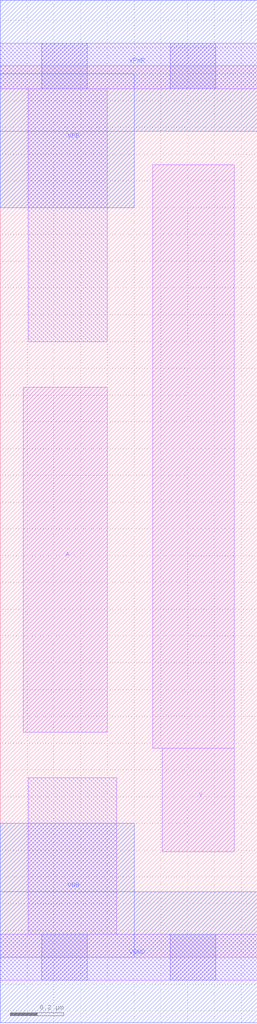
<source format=lef>
# Copyright 2020 The SkyWater PDK Authors
#
# Licensed under the Apache License, Version 2.0 (the "License");
# you may not use this file except in compliance with the License.
# You may obtain a copy of the License at
#
#     https://www.apache.org/licenses/LICENSE-2.0
#
# Unless required by applicable law or agreed to in writing, software
# distributed under the License is distributed on an "AS IS" BASIS,
# WITHOUT WARRANTIES OR CONDITIONS OF ANY KIND, either express or implied.
# See the License for the specific language governing permissions and
# limitations under the License.
#
# SPDX-License-Identifier: Apache-2.0

VERSION 5.5 ;
NAMESCASESENSITIVE ON ;
BUSBITCHARS "[]" ;
DIVIDERCHAR "/" ;
MACRO sky130_fd_sc_lp__clkinv_0
  CLASS CORE ;
  SOURCE USER ;
  ORIGIN  0.000000  0.000000 ;
  SIZE  0.960000 BY  3.330000 ;
  SYMMETRY X Y R90 ;
  SITE unit ;
  PIN A
    ANTENNAGATEAREA  0.159000 ;
    DIRECTION INPUT ;
    USE SIGNAL ;
    PORT
      LAYER li1 ;
        RECT 0.085000 0.840000 0.400000 2.130000 ;
    END
  END A
  PIN Y
    ANTENNADIFFAREA  0.280900 ;
    DIRECTION OUTPUT ;
    USE SIGNAL ;
    PORT
      LAYER li1 ;
        RECT 0.570000 0.780000 0.875000 2.960000 ;
        RECT 0.605000 0.395000 0.875000 0.780000 ;
    END
  END Y
  PIN VGND
    DIRECTION INOUT ;
    USE GROUND ;
    PORT
      LAYER met1 ;
        RECT 0.000000 -0.245000 0.960000 0.245000 ;
    END
  END VGND
  PIN VNB
    DIRECTION INOUT ;
    USE GROUND ;
    PORT
      LAYER met1 ;
        RECT 0.000000 0.000000 0.500000 0.500000 ;
    END
  END VNB
  PIN VPB
    DIRECTION INOUT ;
    USE POWER ;
    PORT
      LAYER met1 ;
        RECT 0.000000 2.800000 0.500000 3.300000 ;
    END
  END VPB
  PIN VPWR
    DIRECTION INOUT ;
    USE POWER ;
    PORT
      LAYER met1 ;
        RECT 0.000000 3.085000 0.960000 3.575000 ;
    END
  END VPWR
  OBS
    LAYER li1 ;
      RECT 0.000000 -0.085000 0.960000 0.085000 ;
      RECT 0.000000  3.245000 0.960000 3.415000 ;
      RECT 0.105000  0.085000 0.435000 0.670000 ;
      RECT 0.105000  2.300000 0.400000 3.245000 ;
    LAYER mcon ;
      RECT 0.155000 -0.085000 0.325000 0.085000 ;
      RECT 0.155000  3.245000 0.325000 3.415000 ;
      RECT 0.635000 -0.085000 0.805000 0.085000 ;
      RECT 0.635000  3.245000 0.805000 3.415000 ;
  END
END sky130_fd_sc_lp__clkinv_0
END LIBRARY

</source>
